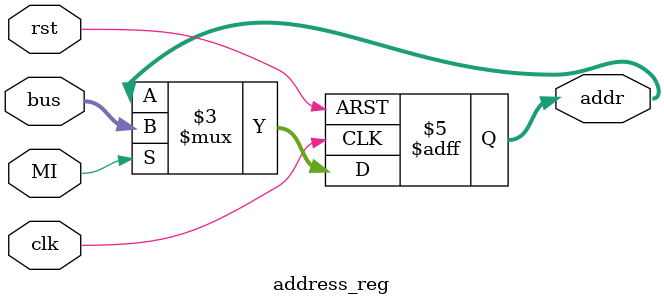
<source format=v>
module address_reg (
	// System Inputs
	input rst,
	input clk,
	// Values In
	input [3:0] bus,
	// Control Signals
	input MI,
	// Outputs
	output reg [3:0] addr
	);
	
	initial begin addr = 0; end
	
	always @(posedge clk or posedge rst)
		begin
			if (rst)
				addr <= 0;
			else
				if (MI)
					addr <= bus;
		end

endmodule			
</source>
